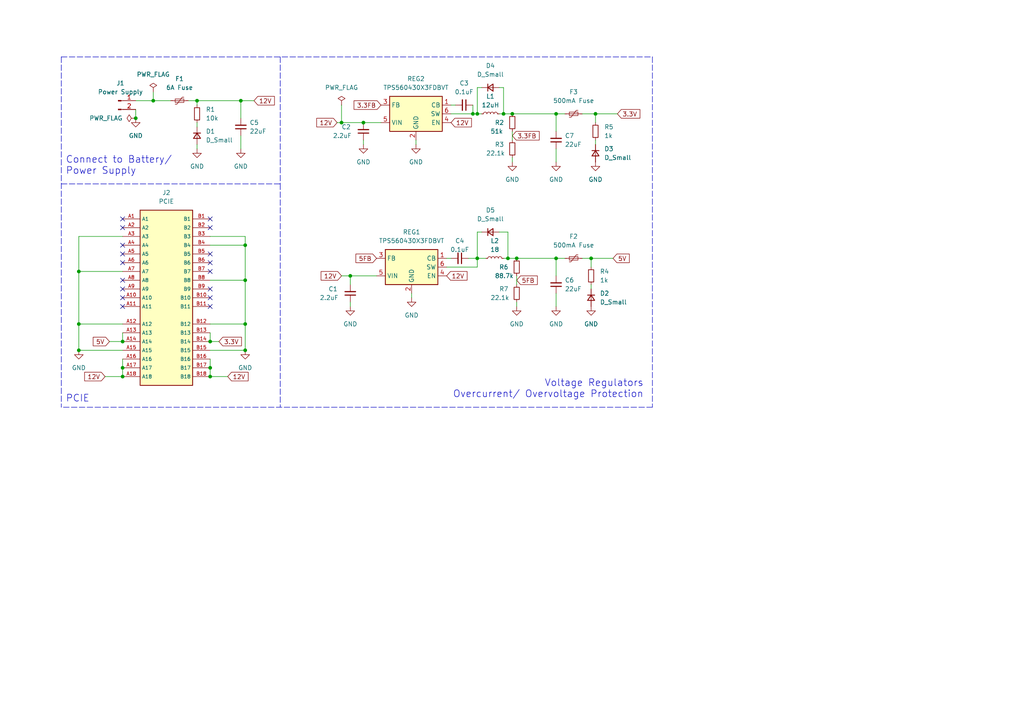
<source format=kicad_sch>
(kicad_sch (version 20211123) (generator eeschema)
  (paper "A4")
  (lib_symbols
    (symbol "Connector:Conn_01x02_Male" (pin_names (offset 1.016) hide)
      (property "Reference" "J" (at 0 2.54 0))
      (property "Value" "Conn_01x02_Male" (at 0 -5.08 0))
      (symbol "Conn_01x02_Male_1_1"
        (polyline (pts (xy 1.27 -2.54) (xy 0.8636 -2.54)) (stroke (width 0.1524)))
        (polyline (pts (xy 1.27 0) (xy 0.8636 0)) (stroke (width 0.1524)))
        (rectangle (start 0.8636 -2.413) (end 0 -2.667) (stroke (width 0.1524)) (fill (type outline)))
        (rectangle (start 0.8636 0.127) (end 0 -0.127) (stroke (width 0.1524)) (fill (type outline)))
        (pin passive line (at 5.08 0 180) (length 3.81) (name "Pin_1") (number "1"))
        (pin passive line (at 5.08 -2.54 180) (length 3.81) (name "Pin_2") (number "2"))
      )
    )
    (symbol "Device:C_Small" (pin_numbers hide) (pin_names (offset 0.254) hide)
      (property "Reference" "C" (at 0.254 1.778 0))
      (property "Value" "C_Small" (at 0.254 -2.032 0))
      (symbol "C_Small_0_1"
        (polyline (pts (xy -1.524 -0.508) (xy 1.524 -0.508)) (stroke (width 0.3302)))
        (polyline (pts (xy -1.524 0.508) (xy 1.524 0.508)) (stroke (width 0.3048)))
      )
      (symbol "C_Small_1_1"
        (pin passive line (at 0 2.54 270) (length 2.032) (name "~") (number "1"))
        (pin passive line (at 0 -2.54 90) (length 2.032) (name "~") (number "2"))
      )
    )
    (symbol "Device:D_Small" (pin_numbers hide) (pin_names (offset 0.254) hide)
      (property "Reference" "D" (at -1.27 2.032 0))
      (property "Value" "D_Small" (at -3.81 -2.032 0))
      (symbol "D_Small_0_1"
        (polyline (pts (xy -0.762 -1.016) (xy -0.762 1.016)) (stroke (width 0.254)))
        (polyline (pts (xy -0.762 0) (xy 0.762 0)))
        (polyline (pts (xy 0.762 -1.016) (xy -0.762 0) (xy 0.762 1.016) (xy 0.762 -1.016)) (stroke (width 0.254)))
      )
      (symbol "D_Small_1_1"
        (pin passive line (at -2.54 0 0) (length 1.778) (name "K") (number "1"))
        (pin passive line (at 2.54 0 180) (length 1.778) (name "A") (number "2"))
      )
    )
    (symbol "Device:L_Small" (pin_numbers hide) (pin_names (offset 0.254) hide)
      (property "Reference" "L" (at 0.762 1.016 0))
      (property "Value" "L_Small" (at 0.762 -1.016 0))
      (symbol "L_Small_0_1"
        (arc (start 0 -2.032) (mid 0.508 -1.524) (end 0 -1.016))
        (arc (start 0 -1.016) (mid 0.508 -0.508) (end 0 0))
        (arc (start 0 0) (mid 0.508 0.508) (end 0 1.016))
        (arc (start 0 1.016) (mid 0.508 1.524) (end 0 2.032))
      )
      (symbol "L_Small_1_1"
        (pin passive line (at 0 2.54 270) (length 0.508) (name "~") (number "1"))
        (pin passive line (at 0 -2.54 90) (length 0.508) (name "~") (number "2"))
      )
    )
    (symbol "Device:Polyfuse_Small" (pin_numbers hide) (pin_names (offset 0))
      (property "Reference" "F" (at -1.905 0 90))
      (property "Value" "Polyfuse_Small" (at 1.905 0 90))
      (symbol "Polyfuse_Small_0_1"
        (rectangle (start -0.508 1.27) (end 0.508 -1.27))
        (polyline (pts (xy 0 2.54) (xy 0 -2.54)))
        (polyline (pts (xy -1.016 1.27) (xy -1.016 0.762) (xy 1.016 -0.762) (xy 1.016 -1.27)))
      )
      (symbol "Polyfuse_Small_1_1"
        (pin passive line (at 0 2.54 270) (length 0.635) (name "~") (number "1"))
        (pin passive line (at 0 -2.54 90) (length 0.635) (name "~") (number "2"))
      )
    )
    (symbol "Device:R_Small" (pin_numbers hide) (pin_names (offset 0.254) hide)
      (property "Reference" "R" (at 0.762 0.508 0))
      (property "Value" "R_Small" (at 0.762 -1.016 0))
      (symbol "R_Small_0_1"
        (rectangle (start -0.762 1.778) (end 0.762 -1.778) (stroke (width 0.2032)))
      )
      (symbol "R_Small_1_1"
        (pin passive line (at 0 2.54 270) (length 0.762) (name "~") (number "1"))
        (pin passive line (at 0 -2.54 90) (length 0.762) (name "~") (number "2"))
      )
    )
    (symbol "PCIE:PCIE-LP-01-01-F-DV-A-TR_(card_edge)"
      (property "Reference" "J" (at 0 0 0))
      (property "Value" "PCIE-LP-01-01-F-DV-A-TR_(card_edge)" (at 0 0 0))
      (symbol "PCIE-LP-01-01-F-DV-A-TR_(card_edge)_0_0"
        (rectangle (start -6.35 3.81) (end 8.89 54.61) (stroke (width 0.254)) (fill (type background)))
        (pin passive line (at -11.43 52.07 0) (length 5.08) (name "A1") (number "A1"))
        (pin passive line (at -11.43 29.21 0) (length 5.08) (name "A10") (number "A10"))
        (pin passive line (at -11.43 26.67 0) (length 5.08) (name "A11") (number "A11"))
        (pin passive line (at -11.43 21.59 0) (length 5.08) (name "A12") (number "A12"))
        (pin passive line (at -11.43 19.05 0) (length 5.08) (name "A13") (number "A13"))
        (pin passive line (at -11.43 16.51 0) (length 5.08) (name "A14") (number "A14"))
        (pin passive line (at -11.43 13.97 0) (length 5.08) (name "A15") (number "A15"))
        (pin passive line (at -11.43 11.43 0) (length 5.08) (name "A16") (number "A16"))
        (pin passive line (at -11.43 8.89 0) (length 5.08) (name "A17") (number "A17"))
        (pin passive line (at -11.43 6.35 0) (length 5.08) (name "A18") (number "A18"))
        (pin passive line (at -11.43 49.53 0) (length 5.08) (name "A2") (number "A2"))
        (pin passive line (at -11.43 46.99 0) (length 5.08) (name "A3") (number "A3"))
        (pin passive line (at -11.43 44.45 0) (length 5.08) (name "A4") (number "A4"))
        (pin passive line (at -11.43 41.91 0) (length 5.08) (name "A5") (number "A5"))
        (pin passive line (at -11.43 39.37 0) (length 5.08) (name "A6") (number "A6"))
        (pin passive line (at -11.43 36.83 0) (length 5.08) (name "A7") (number "A7"))
        (pin passive line (at -11.43 34.29 0) (length 5.08) (name "A8") (number "A8"))
        (pin passive line (at -11.43 31.75 0) (length 5.08) (name "A9") (number "A9"))
        (pin passive line (at 13.97 52.07 180) (length 5.08) (name "B1") (number "B1"))
        (pin passive line (at 13.97 29.21 180) (length 5.08) (name "B10") (number "B10"))
        (pin passive line (at 13.97 26.67 180) (length 5.08) (name "B11") (number "B11"))
        (pin passive line (at 13.97 21.59 180) (length 5.08) (name "B12") (number "B12"))
        (pin passive line (at 13.97 19.05 180) (length 5.08) (name "B13") (number "B13"))
        (pin passive line (at 13.97 16.51 180) (length 5.08) (name "B14") (number "B14"))
        (pin passive line (at 13.97 13.97 180) (length 5.08) (name "B15") (number "B15"))
        (pin passive line (at 13.97 11.43 180) (length 5.08) (name "B16") (number "B16"))
        (pin passive line (at 13.97 8.89 180) (length 5.08) (name "B17") (number "B17"))
        (pin passive line (at 13.97 6.35 180) (length 5.08) (name "B18") (number "B18"))
        (pin passive line (at 13.97 49.53 180) (length 5.08) (name "B2") (number "B2"))
        (pin passive line (at 13.97 46.99 180) (length 5.08) (name "B3") (number "B3"))
        (pin passive line (at 13.97 44.45 180) (length 5.08) (name "B4") (number "B4"))
        (pin passive line (at 13.97 41.91 180) (length 5.08) (name "B5") (number "B5"))
        (pin passive line (at 13.97 39.37 180) (length 5.08) (name "B6") (number "B6"))
        (pin passive line (at 13.97 36.83 180) (length 5.08) (name "B7") (number "B7"))
        (pin passive line (at 13.97 34.29 180) (length 5.08) (name "B8") (number "B8"))
        (pin passive line (at 13.97 31.75 180) (length 5.08) (name "B9") (number "B9"))
      )
    )
    (symbol "Regulator_Switching:TPS560430X3FDBVT"
      (property "Reference" "3.3REG?" (at 0 10.16 0))
      (property "Value" "TPS560430X3FDBVT" (at 0 7.62 0))
      (symbol "TPS560430X3FDBVT_0_1"
        (rectangle (start -7.62 5.08) (end 7.62 -5.08) (stroke (width 0.254)) (fill (type background)))
      )
      (symbol "TPS560430X3FDBVT_1_1"
        (pin input line (at 10.16 2.54 180) (length 2.54) (name "CB") (number "1"))
        (pin power_in line (at 0 -7.62 90) (length 2.54) (name "GND") (number "2"))
        (pin input line (at -10.16 2.54 0) (length 2.54) (name "FB") (number "3"))
        (pin input line (at 10.16 -2.54 180) (length 2.54) (name "EN") (number "4"))
        (pin power_in line (at -10.16 -2.54 0) (length 2.54) (name "VIN") (number "5"))
        (pin input line (at 10.16 0 180) (length 2.54) (name "SW") (number "6"))
      )
    )
    (symbol "power:GND" (power) (pin_names (offset 0))
      (property "Value" "GND" (at 0 -3.81 0))
      (symbol "GND_0_1"
        (polyline (pts (xy 0 0) (xy 0 -1.27) (xy 1.27 -1.27) (xy 0 -2.54) (xy -1.27 -1.27) (xy 0 -1.27)))
      )
      (symbol "GND_1_1"
        (pin power_in line (at 0 0 270) (length 0) hide (name "GND") (number "1"))
      )
    )
    (symbol "power:PWR_FLAG" (power) (pin_numbers hide) (pin_names (offset 0) hide)
      (property "Value" "PWR_FLAG" (at 0 3.81 0))
      (symbol "PWR_FLAG_0_0"
        (pin power_out line (at 0 0 90) (length 0) (name "pwr") (number "1"))
      )
      (symbol "PWR_FLAG_0_1"
        (polyline (pts (xy 0 0) (xy 0 1.27) (xy -1.016 1.905) (xy 0 2.54) (xy 1.016 1.905) (xy 0 1.27)))
      )
    )
  )
  (junction (at 138.43 33.02))
  (junction (at 22.86 78.74))
  (junction (at 22.86 93.98))
  (junction (at 138.43 74.93))
  (junction (at 39.37 34.29))
  (junction (at 35.56 106.68))
  (junction (at 161.29 33.02))
  (junction (at 105.41 35.56))
  (junction (at 22.86 101.6))
  (junction (at 172.72 33.02))
  (junction (at 60.96 109.22))
  (junction (at 60.96 106.68))
  (junction (at 57.15 29.21))
  (junction (at 161.29 74.93))
  (junction (at 147.32 74.93))
  (junction (at 149.86 74.93))
  (junction (at 137.16 33.02))
  (junction (at 71.12 101.6))
  (junction (at 71.12 81.28))
  (junction (at 60.96 99.06))
  (junction (at 146.05 33.02))
  (junction (at 171.45 74.93))
  (junction (at 44.45 29.21))
  (junction (at 101.6 80.01))
  (junction (at 148.59 33.02))
  (junction (at 69.85 29.21))
  (junction (at 71.12 71.12))
  (junction (at 99.06 35.56))
  (junction (at 71.12 93.98))
  (junction (at 35.56 109.22))
  (junction (at 35.56 99.06))
  (no_connect (at 35.56 71.12))
  (no_connect (at 60.96 66.04))
  (no_connect (at 60.96 86.36))
  (no_connect (at 60.96 78.74))
  (no_connect (at 60.96 83.82))
  (no_connect (at 60.96 88.9))
  (no_connect (at 35.56 76.2))
  (no_connect (at 35.56 63.5))
  (no_connect (at 60.96 76.2))
  (no_connect (at 35.56 83.82))
  (no_connect (at 35.56 81.28))
  (no_connect (at 60.96 73.66))
  (no_connect (at 35.56 88.9))
  (no_connect (at 35.56 73.66))
  (no_connect (at 60.96 63.5))
  (no_connect (at 35.56 86.36))
  (no_connect (at 35.56 66.04))
  (wire (pts (xy 22.86 68.58) (xy 22.86 78.74)))
  (wire (pts (xy 22.86 101.6) (xy 35.56 101.6)))
  (wire (pts (xy 149.86 87.63) (xy 149.86 88.9)))
  (wire (pts (xy 144.78 67.31) (xy 147.32 67.31)))
  (wire (pts (xy 163.83 33.02) (xy 161.29 33.02)))
  (wire (pts (xy 60.96 106.68) (xy 60.96 109.22)))
  (wire (pts (xy 171.45 74.93) (xy 171.45 77.47)))
  (wire (pts (xy 120.65 40.64) (xy 120.65 41.91)))
  (wire (pts (xy 147.32 67.31) (xy 147.32 74.93)))
  (wire (pts (xy 129.54 77.47) (xy 138.43 77.47)))
  (polyline (pts (xy 189.23 118.11) (xy 17.78 118.11)))
  (wire (pts (xy 35.56 104.14) (xy 35.56 106.68)))
  (wire (pts (xy 57.15 29.21) (xy 57.15 30.48)))
  (wire (pts (xy 60.96 104.14) (xy 60.96 106.68)))
  (wire (pts (xy 129.54 74.93) (xy 130.81 74.93)))
  (polyline (pts (xy 81.28 53.34) (xy 81.28 118.11)))
  (wire (pts (xy 144.78 33.02) (xy 146.05 33.02)))
  (wire (pts (xy 161.29 74.93) (xy 163.83 74.93)))
  (wire (pts (xy 60.96 96.52) (xy 60.96 99.06)))
  (wire (pts (xy 60.96 99.06) (xy 63.5 99.06)))
  (wire (pts (xy 148.59 38.1) (xy 148.59 40.64)))
  (wire (pts (xy 69.85 34.29) (xy 69.85 29.21)))
  (wire (pts (xy 22.86 78.74) (xy 35.56 78.74)))
  (wire (pts (xy 138.43 67.31) (xy 138.43 74.93)))
  (polyline (pts (xy 17.78 16.51) (xy 189.23 16.51)))
  (wire (pts (xy 168.91 74.93) (xy 171.45 74.93)))
  (wire (pts (xy 149.86 74.93) (xy 161.29 74.93)))
  (wire (pts (xy 71.12 93.98) (xy 71.12 101.6)))
  (wire (pts (xy 39.37 31.75) (xy 39.37 34.29)))
  (wire (pts (xy 161.29 33.02) (xy 161.29 38.1)))
  (wire (pts (xy 137.16 33.02) (xy 138.43 33.02)))
  (wire (pts (xy 60.96 93.98) (xy 71.12 93.98)))
  (wire (pts (xy 138.43 33.02) (xy 139.7 33.02)))
  (wire (pts (xy 135.89 74.93) (xy 138.43 74.93)))
  (polyline (pts (xy 81.28 16.51) (xy 81.28 53.34)))
  (wire (pts (xy 146.05 74.93) (xy 147.32 74.93)))
  (wire (pts (xy 31.75 99.06) (xy 35.56 99.06)))
  (wire (pts (xy 161.29 85.09) (xy 161.29 88.9)))
  (wire (pts (xy 147.32 74.93) (xy 149.86 74.93)))
  (wire (pts (xy 71.12 71.12) (xy 71.12 81.28)))
  (wire (pts (xy 30.48 109.22) (xy 35.56 109.22)))
  (wire (pts (xy 172.72 33.02) (xy 179.07 33.02)))
  (wire (pts (xy 144.78 25.4) (xy 146.05 25.4)))
  (wire (pts (xy 57.15 41.91) (xy 57.15 43.18)))
  (wire (pts (xy 130.81 30.48) (xy 132.08 30.48)))
  (wire (pts (xy 105.41 35.56) (xy 110.49 35.56)))
  (wire (pts (xy 44.45 29.21) (xy 49.53 29.21)))
  (wire (pts (xy 69.85 39.37) (xy 69.85 43.18)))
  (wire (pts (xy 139.7 67.31) (xy 138.43 67.31)))
  (wire (pts (xy 130.81 33.02) (xy 137.16 33.02)))
  (wire (pts (xy 101.6 80.01) (xy 101.6 82.55)))
  (wire (pts (xy 60.96 81.28) (xy 71.12 81.28)))
  (wire (pts (xy 168.91 33.02) (xy 172.72 33.02)))
  (wire (pts (xy 146.05 33.02) (xy 148.59 33.02)))
  (wire (pts (xy 171.45 82.55) (xy 171.45 83.82)))
  (wire (pts (xy 148.59 45.72) (xy 148.59 46.99)))
  (wire (pts (xy 60.96 101.6) (xy 71.12 101.6)))
  (wire (pts (xy 57.15 29.21) (xy 69.85 29.21)))
  (wire (pts (xy 39.37 29.21) (xy 44.45 29.21)))
  (wire (pts (xy 161.29 43.18) (xy 161.29 46.99)))
  (wire (pts (xy 35.56 106.68) (xy 35.56 109.22)))
  (wire (pts (xy 171.45 74.93) (xy 177.8 74.93)))
  (wire (pts (xy 161.29 74.93) (xy 161.29 80.01)))
  (polyline (pts (xy 189.23 16.51) (xy 189.23 118.11)))
  (wire (pts (xy 60.96 109.22) (xy 66.04 109.22)))
  (wire (pts (xy 57.15 35.56) (xy 57.15 36.83)))
  (wire (pts (xy 138.43 74.93) (xy 140.97 74.93)))
  (wire (pts (xy 60.96 68.58) (xy 71.12 68.58)))
  (wire (pts (xy 101.6 80.01) (xy 109.22 80.01)))
  (wire (pts (xy 99.06 30.48) (xy 99.06 35.56)))
  (wire (pts (xy 137.16 30.48) (xy 137.16 33.02)))
  (polyline (pts (xy 17.78 16.51) (xy 17.78 118.11)))
  (wire (pts (xy 138.43 77.47) (xy 138.43 74.93)))
  (wire (pts (xy 101.6 87.63) (xy 101.6 88.9)))
  (wire (pts (xy 97.79 35.56) (xy 99.06 35.56)))
  (polyline (pts (xy 17.78 53.34) (xy 81.28 53.34)))
  (wire (pts (xy 172.72 40.64) (xy 172.72 41.91)))
  (wire (pts (xy 148.59 33.02) (xy 161.29 33.02)))
  (wire (pts (xy 139.7 25.4) (xy 138.43 25.4)))
  (wire (pts (xy 119.38 85.09) (xy 119.38 86.36)))
  (wire (pts (xy 149.86 80.01) (xy 149.86 82.55)))
  (wire (pts (xy 99.06 80.01) (xy 101.6 80.01)))
  (wire (pts (xy 44.45 26.67) (xy 44.45 29.21)))
  (wire (pts (xy 60.96 71.12) (xy 71.12 71.12)))
  (wire (pts (xy 35.56 68.58) (xy 22.86 68.58)))
  (wire (pts (xy 99.06 35.56) (xy 105.41 35.56)))
  (wire (pts (xy 22.86 93.98) (xy 35.56 93.98)))
  (wire (pts (xy 22.86 93.98) (xy 22.86 101.6)))
  (wire (pts (xy 69.85 29.21) (xy 73.66 29.21)))
  (wire (pts (xy 35.56 96.52) (xy 35.56 99.06)))
  (wire (pts (xy 105.41 40.64) (xy 105.41 41.91)))
  (wire (pts (xy 71.12 68.58) (xy 71.12 71.12)))
  (wire (pts (xy 138.43 25.4) (xy 138.43 33.02)))
  (wire (pts (xy 172.72 33.02) (xy 172.72 35.56)))
  (wire (pts (xy 146.05 25.4) (xy 146.05 33.02)))
  (wire (pts (xy 71.12 81.28) (xy 71.12 93.98)))
  (wire (pts (xy 54.61 29.21) (xy 57.15 29.21)))
  (wire (pts (xy 22.86 78.74) (xy 22.86 93.98)))
  (text "PCIE" (at 19.05 116.84 0) (effects (font (size 2 2)) (justify left bottom)))
  (text "Voltage Regulators\nOvercurrent/ Overvoltage Protection" (at 186.69 115.57 180) (effects (font (size 2 2)) (justify right bottom)))
  (text "Connect to Battery/ \nPower Supply" (at 19.05 50.8 0) (effects (font (size 2 2)) (justify left bottom)))
  (global_label "5FB" (shape input) (at 109.22 74.93 180) (property "Intersheet References" "${INTERSHEET_REFS}" (effects hide)))
  (global_label "5V" (shape input) (at 31.75 99.06 180) (property "Intersheet References" "${INTERSHEET_REFS}" (effects hide)))
  (global_label "12V" (shape input) (at 97.79 35.56 180) (property "Intersheet References" "${INTERSHEET_REFS}" (effects hide)))
  (global_label "5V" (shape input) (at 177.8 74.93 0) (property "Intersheet References" "${INTERSHEET_REFS}" (effects hide)))
  (global_label "12V" (shape input) (at 99.06 80.01 180) (property "Intersheet References" "${INTERSHEET_REFS}" (effects hide)))
  (global_label "3.3V" (shape input) (at 179.07 33.02 0) (property "Intersheet References" "${INTERSHEET_REFS}" (effects hide)))
  (global_label "5FB" (shape input) (at 149.86 81.28 0) (property "Intersheet References" "${INTERSHEET_REFS}" (effects hide)))
  (global_label "3.3FB" (shape input) (at 148.59 39.37 0) (property "Intersheet References" "${INTERSHEET_REFS}" (effects hide)))
  (global_label "12V" (shape input) (at 73.66 29.21 0) (property "Intersheet References" "${INTERSHEET_REFS}" (effects hide)))
  (global_label "12V" (shape input) (at 66.04 109.22 0) (property "Intersheet References" "${INTERSHEET_REFS}" (effects hide)))
  (global_label "3.3V" (shape input) (at 63.5 99.06 0) (property "Intersheet References" "${INTERSHEET_REFS}" (effects hide)))
  (global_label "12V" (shape input) (at 30.48 109.22 180) (property "Intersheet References" "${INTERSHEET_REFS}" (effects hide)))
  (global_label "3.3FB" (shape input) (at 110.49 30.48 180) (property "Intersheet References" "${INTERSHEET_REFS}" (effects hide)))
  (global_label "12V" (shape input) (at 130.81 35.56 0) (property "Intersheet References" "${INTERSHEET_REFS}" (effects hide)))
  (global_label "12V" (shape input) (at 129.54 80.01 0) (property "Intersheet References" "${INTERSHEET_REFS}" (effects hide)))
  (symbol (lib_id "Device:R_Small") (at 149.86 77.47 0) (unit 1)
    (property "Reference" "R6" (at 144.78 77.47 0) (effects (justify left)))
    (property "Value" "88.7k" (at 143.51 80.01 0) (effects (justify left)))
  )
  (symbol (lib_id "Device:C_Small") (at 134.62 30.48 270) (unit 1)
    (property "Reference" "C3" (at 134.6136 24.13 90))
    (property "Value" "0.1uF" (at 134.6136 26.67 90))
  )
  (symbol (lib_id "power:GND") (at 71.12 101.6 0) (unit 1)
    (property "Reference" "#PWR014" (effects hide))
    (property "Value" "GND" (at 71.12 106.68 0))
  )
  (symbol (lib_id "power:GND") (at 105.41 41.91 0) (unit 1)
    (property "Reference" "#PWR03" (effects hide))
    (property "Value" "GND" (at 105.41 46.99 0))
  )
  (symbol (lib_id "power:GND") (at 69.85 43.18 0) (unit 1)
    (property "Reference" "#PWR013" (effects hide))
    (property "Value" "GND" (at 69.85 48.26 0))
  )
  (symbol (lib_id "power:GND") (at 119.38 86.36 0) (unit 1)
    (property "Reference" "#PWR05" (effects hide))
    (property "Value" "GND" (at 119.38 91.44 0))
  )
  (symbol (lib_id "Device:C_Small") (at 161.29 40.64 180) (unit 1)
    (property "Reference" "C7" (at 163.83 39.3635 0) (effects (justify right)))
    (property "Value" "22uF" (at 163.83 41.9035 0) (effects (justify right)))
  )
  (symbol (lib_id "Device:C_Small") (at 101.6 85.09 180) (unit 1)
    (property "Reference" "C1" (at 95.25 83.82 0) (effects (justify right)))
    (property "Value" "2.2uF" (at 92.71 86.36 0) (effects (justify right)))
  )
  (symbol (lib_id "Device:R_Small") (at 57.15 33.02 0) (unit 1)
    (property "Reference" "R1" (at 59.69 31.7499 0) (effects (justify left)))
    (property "Value" "10k" (at 59.69 34.2899 0) (effects (justify left)))
  )
  (symbol (lib_id "power:GND") (at 171.45 88.9 0) (unit 1)
    (property "Reference" "#PWR011" (effects hide))
    (property "Value" "GND" (at 171.45 93.98 0))
  )
  (symbol (lib_id "Device:D_Small") (at 172.72 44.45 270) (unit 1)
    (property "Reference" "D3" (at 175.26 43.1799 90) (effects (justify left)))
    (property "Value" "D_Small" (at 175.26 45.7199 90) (effects (justify left)))
  )
  (symbol (lib_id "Device:C_Small") (at 69.85 36.83 180) (unit 1)
    (property "Reference" "C5" (at 72.39 35.5535 0) (effects (justify right)))
    (property "Value" "22uF" (at 72.39 38.0935 0) (effects (justify right)))
  )
  (symbol (lib_id "Device:L_Small") (at 142.24 33.02 90) (unit 1)
    (property "Reference" "L1" (at 142.24 27.94 90))
    (property "Value" "12uH" (at 142.24 30.48 90))
  )
  (symbol (lib_id "PCIE:PCIE-LP-01-01-F-DV-A-TR_(card_edge)") (at 46.99 115.57 0) (unit 1)
    (property "Reference" "J2" (at 48.26 55.88 0))
    (property "Value" "PCIE" (at 48.26 58.42 0))
  )
  (symbol (lib_id "power:GND") (at 57.15 43.18 0) (unit 1)
    (property "Reference" "#PWR06" (effects hide))
    (property "Value" "GND" (at 57.15 48.26 0))
  )
  (symbol (lib_id "Device:D_Small") (at 142.24 67.31 0) (unit 1)
    (property "Reference" "D5" (at 142.24 60.96 0))
    (property "Value" "D_Small" (at 142.24 63.5 0))
  )
  (symbol (lib_id "Device:C_Small") (at 133.35 74.93 270) (unit 1)
    (property "Reference" "C4" (at 133.35 69.85 90))
    (property "Value" "0.1uF" (at 133.35 72.39 90))
  )
  (symbol (lib_id "Device:C_Small") (at 105.41 38.1 180) (unit 1)
    (property "Reference" "C2" (at 99.06 36.83 0) (effects (justify right)))
    (property "Value" "2.2uF" (at 96.52 39.37 0) (effects (justify right)))
  )
  (symbol (lib_id "Device:Polyfuse_Small") (at 166.37 33.02 90) (unit 1)
    (property "Reference" "F3" (at 166.37 26.67 90))
    (property "Value" "500mA Fuse" (at 166.37 29.21 90))
  )
  (symbol (lib_id "power:GND") (at 161.29 46.99 0) (unit 1)
    (property "Reference" "#PWR010" (effects hide))
    (property "Value" "GND" (at 161.29 52.07 0))
  )
  (symbol (lib_id "power:GND") (at 22.86 101.6 0) (unit 1)
    (property "Reference" "#PWR07" (effects hide))
    (property "Value" "GND" (at 22.86 106.68 0))
  )
  (symbol (lib_id "power:GND") (at 120.65 41.91 0) (unit 1)
    (property "Reference" "#PWR04" (effects hide))
    (property "Value" "GND" (at 120.65 46.99 0))
  )
  (symbol (lib_id "power:GND") (at 101.6 88.9 0) (unit 1)
    (property "Reference" "#PWR02" (effects hide))
    (property "Value" "GND" (at 101.6 93.98 0))
  )
  (symbol (lib_id "Device:D_Small") (at 171.45 86.36 270) (unit 1)
    (property "Reference" "D2" (at 173.99 85.0899 90) (effects (justify left)))
    (property "Value" "D_Small" (at 173.99 87.6299 90) (effects (justify left)))
  )
  (symbol (lib_id "Device:L_Small") (at 143.51 74.93 90) (unit 1)
    (property "Reference" "L2" (at 143.51 69.85 90))
    (property "Value" "18" (at 143.51 72.39 90))
  )
  (symbol (lib_id "Device:R_Small") (at 171.45 80.01 0) (unit 1)
    (property "Reference" "R4" (at 173.99 78.7399 0) (effects (justify left)))
    (property "Value" "1k" (at 173.99 81.2799 0) (effects (justify left)))
  )
  (symbol (lib_id "power:GND") (at 149.86 88.9 0) (unit 1)
    (property "Reference" "#PWR015" (effects hide))
    (property "Value" "GND" (at 149.86 93.98 0))
  )
  (symbol (lib_id "Regulator_Switching:TPS560430X3FDBVT") (at 119.38 77.47 0) (unit 1)
    (property "Reference" "REG1" (at 119.38 67.31 0))
    (property "Value" "TPS560430X3FDBVT" (at 119.38 69.85 0))
    (property "Footprint" "Package_TO_SOT_SMD:SOT-23-6" (effects hide))
    (property "Datasheet" "https://www.ti.com/lit/ds/symlink/tps56339.pdf" (effects hide))
  )
  (symbol (lib_id "Regulator_Switching:TPS560430X3FDBVT") (at 120.65 33.02 0) (unit 1)
    (property "Reference" "REG2" (at 120.65 22.86 0))
    (property "Value" "TPS560430X3FDBVT" (at 120.65 25.4 0))
    (property "Footprint" "Package_TO_SOT_SMD:SOT-23-6" (effects hide))
    (property "Datasheet" "https://www.ti.com/lit/ds/symlink/tps56339.pdf" (effects hide))
  )
  (symbol (lib_id "power:PWR_FLAG") (at 39.37 34.29 90) (unit 1)
    (property "Reference" "#FLG01" (effects hide))
    (property "Value" "PWR_FLAG" (at 35.56 34.2899 90) (effects (justify left)))
  )
  (symbol (lib_id "Connector:Conn_01x02_Male") (at 34.29 29.21 0) (unit 1)
    (property "Reference" "J1" (at 34.925 24.13 0))
    (property "Value" "Power Supply" (at 34.925 26.67 0))
  )
  (symbol (lib_id "Device:Polyfuse_Small") (at 166.37 74.93 90) (unit 1)
    (property "Reference" "F2" (at 166.37 68.58 90))
    (property "Value" "500mA Fuse" (at 166.37 71.12 90))
  )
  (symbol (lib_id "power:GND") (at 161.29 88.9 0) (unit 1)
    (property "Reference" "#PWR09" (effects hide))
    (property "Value" "GND" (at 161.29 93.98 0))
  )
  (symbol (lib_id "Device:R_Small") (at 148.59 35.56 0) (unit 1)
    (property "Reference" "R2" (at 143.51 35.56 0) (effects (justify left)))
    (property "Value" "51k" (at 142.24 38.1 0) (effects (justify left)))
  )
  (symbol (lib_id "Device:R_Small") (at 149.86 85.09 0) (unit 1)
    (property "Reference" "R7" (at 144.78 83.82 0) (effects (justify left)))
    (property "Value" "22.1k" (at 142.24 86.36 0) (effects (justify left)))
  )
  (symbol (lib_id "power:GND") (at 172.72 46.99 0) (unit 1)
    (property "Reference" "#PWR012" (effects hide))
    (property "Value" "GND" (at 172.72 52.07 0))
  )
  (symbol (lib_id "Device:R_Small") (at 148.59 43.18 0) (unit 1)
    (property "Reference" "R3" (at 143.51 41.91 0) (effects (justify left)))
    (property "Value" "22.1k" (at 140.97 44.45 0) (effects (justify left)))
  )
  (symbol (lib_id "power:PWR_FLAG") (at 99.06 30.48 0) (unit 1)
    (property "Reference" "#FLG03" (effects hide))
    (property "Value" "PWR_FLAG" (at 99.06 25.4 0))
  )
  (symbol (lib_id "power:GND") (at 148.59 46.99 0) (unit 1)
    (property "Reference" "#PWR08" (effects hide))
    (property "Value" "GND" (at 148.59 52.07 0))
  )
  (symbol (lib_id "power:GND") (at 39.37 34.29 0) (unit 1)
    (property "Reference" "#PWR01" (effects hide))
    (property "Value" "GND" (at 39.37 39.37 0))
  )
  (symbol (lib_id "Device:R_Small") (at 172.72 38.1 0) (unit 1)
    (property "Reference" "R5" (at 175.26 36.8299 0) (effects (justify left)))
    (property "Value" "1k" (at 175.26 39.3699 0) (effects (justify left)))
  )
  (symbol (lib_id "Device:Polyfuse_Small") (at 52.07 29.21 90) (unit 1)
    (property "Reference" "F1" (at 52.07 22.86 90))
    (property "Value" "6A Fuse" (at 52.07 25.4 90))
  )
  (symbol (lib_id "power:PWR_FLAG") (at 44.45 26.67 0) (unit 1)
    (property "Reference" "#FLG02" (effects hide))
    (property "Value" "PWR_FLAG" (at 44.45 21.59 0))
  )
  (symbol (lib_id "Device:D_Small") (at 57.15 39.37 270) (unit 1)
    (property "Reference" "D1" (at 59.69 38.0999 90) (effects (justify left)))
    (property "Value" "D_Small" (at 59.69 40.6399 90) (effects (justify left)))
  )
  (symbol (lib_id "Device:D_Small") (at 142.24 25.4 0) (unit 1)
    (property "Reference" "D4" (at 142.24 19.05 0))
    (property "Value" "D_Small" (at 142.24 21.59 0))
  )
  (symbol (lib_id "Device:C_Small") (at 161.29 82.55 180) (unit 1)
    (property "Reference" "C6" (at 163.83 81.2735 0) (effects (justify right)))
    (property "Value" "22uF" (at 163.83 83.8135 0) (effects (justify right)))
  )
)
</source>
